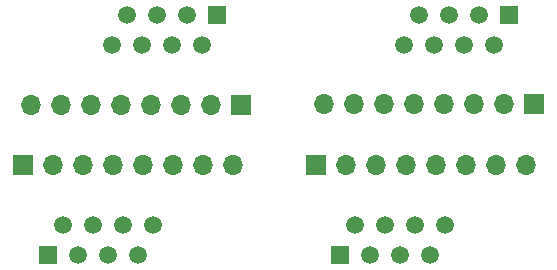
<source format=gbr>
%TF.GenerationSoftware,KiCad,Pcbnew,7.0.9*%
%TF.CreationDate,2024-06-08T10:48:36-04:00*%
%TF.ProjectId,8P breakout header,38502062-7265-4616-9b6f-757420686561,rev?*%
%TF.SameCoordinates,Original*%
%TF.FileFunction,Copper,L2,Bot*%
%TF.FilePolarity,Positive*%
%FSLAX46Y46*%
G04 Gerber Fmt 4.6, Leading zero omitted, Abs format (unit mm)*
G04 Created by KiCad (PCBNEW 7.0.9) date 2024-06-08 10:48:36*
%MOMM*%
%LPD*%
G01*
G04 APERTURE LIST*
%TA.AperFunction,ComponentPad*%
%ADD10R,1.700000X1.700000*%
%TD*%
%TA.AperFunction,ComponentPad*%
%ADD11O,1.700000X1.700000*%
%TD*%
%TA.AperFunction,ComponentPad*%
%ADD12R,1.500000X1.500000*%
%TD*%
%TA.AperFunction,ComponentPad*%
%ADD13C,1.500000*%
%TD*%
G04 APERTURE END LIST*
D10*
%TO.P,J4,1,Pin_1*%
%TO.N,Net-(J4-Pin_1)*%
X187940000Y-94635000D03*
D11*
%TO.P,J4,2,Pin_2*%
%TO.N,Net-(J4-Pin_2)*%
X190480000Y-94635000D03*
%TO.P,J4,3,Pin_3*%
%TO.N,Net-(J4-Pin_3)*%
X193020000Y-94635000D03*
%TO.P,J4,4,Pin_4*%
%TO.N,Net-(J4-Pin_4)*%
X195560000Y-94635000D03*
%TO.P,J4,5,Pin_5*%
%TO.N,Net-(J4-Pin_5)*%
X198100000Y-94635000D03*
%TO.P,J4,6,Pin_6*%
%TO.N,Net-(J4-Pin_6)*%
X200640000Y-94635000D03*
%TO.P,J4,7,Pin_7*%
%TO.N,Net-(J4-Pin_7)*%
X203180000Y-94635000D03*
%TO.P,J4,8,Pin_8*%
%TO.N,Net-(J4-Pin_8)*%
X205720000Y-94635000D03*
%TD*%
D12*
%TO.P,J1,1*%
%TO.N,Net-(J4-Pin_1)*%
X190007500Y-102235000D03*
D13*
%TO.P,J1,2*%
%TO.N,Net-(J4-Pin_2)*%
X191277500Y-99695000D03*
%TO.P,J1,3*%
%TO.N,Net-(J4-Pin_3)*%
X192547500Y-102235000D03*
%TO.P,J1,4*%
%TO.N,Net-(J4-Pin_4)*%
X193817500Y-99695000D03*
%TO.P,J1,5*%
%TO.N,Net-(J4-Pin_5)*%
X195087500Y-102235000D03*
%TO.P,J1,6*%
%TO.N,Net-(J4-Pin_6)*%
X196357500Y-99695000D03*
%TO.P,J1,7*%
%TO.N,Net-(J4-Pin_7)*%
X197627500Y-102235000D03*
%TO.P,J1,8*%
%TO.N,Net-(J4-Pin_8)*%
X198897500Y-99695000D03*
%TD*%
D10*
%TO.P,J4,1,Pin_1*%
%TO.N,Net-(J4-Pin_1)*%
X163175000Y-94635000D03*
D11*
%TO.P,J4,2,Pin_2*%
%TO.N,Net-(J4-Pin_2)*%
X165715000Y-94635000D03*
%TO.P,J4,3,Pin_3*%
%TO.N,Net-(J4-Pin_3)*%
X168255000Y-94635000D03*
%TO.P,J4,4,Pin_4*%
%TO.N,Net-(J4-Pin_4)*%
X170795000Y-94635000D03*
%TO.P,J4,5,Pin_5*%
%TO.N,Net-(J4-Pin_5)*%
X173335000Y-94635000D03*
%TO.P,J4,6,Pin_6*%
%TO.N,Net-(J4-Pin_6)*%
X175875000Y-94635000D03*
%TO.P,J4,7,Pin_7*%
%TO.N,Net-(J4-Pin_7)*%
X178415000Y-94635000D03*
%TO.P,J4,8,Pin_8*%
%TO.N,Net-(J4-Pin_8)*%
X180955000Y-94635000D03*
%TD*%
D12*
%TO.P,J1,1*%
%TO.N,Net-(J4-Pin_1)*%
X165242500Y-102235000D03*
D13*
%TO.P,J1,2*%
%TO.N,Net-(J4-Pin_2)*%
X166512500Y-99695000D03*
%TO.P,J1,3*%
%TO.N,Net-(J4-Pin_3)*%
X167782500Y-102235000D03*
%TO.P,J1,4*%
%TO.N,Net-(J4-Pin_4)*%
X169052500Y-99695000D03*
%TO.P,J1,5*%
%TO.N,Net-(J4-Pin_5)*%
X170322500Y-102235000D03*
%TO.P,J1,6*%
%TO.N,Net-(J4-Pin_6)*%
X171592500Y-99695000D03*
%TO.P,J1,7*%
%TO.N,Net-(J4-Pin_7)*%
X172862500Y-102235000D03*
%TO.P,J1,8*%
%TO.N,Net-(J4-Pin_8)*%
X174132500Y-99695000D03*
%TD*%
D10*
%TO.P,J4,1,Pin_1*%
%TO.N,Net-(J4-Pin_1)*%
X206395000Y-89515000D03*
D11*
%TO.P,J4,2,Pin_2*%
%TO.N,Net-(J4-Pin_2)*%
X203855000Y-89515000D03*
%TO.P,J4,3,Pin_3*%
%TO.N,Net-(J4-Pin_3)*%
X201315000Y-89515000D03*
%TO.P,J4,4,Pin_4*%
%TO.N,Net-(J4-Pin_4)*%
X198775000Y-89515000D03*
%TO.P,J4,5,Pin_5*%
%TO.N,Net-(J4-Pin_5)*%
X196235000Y-89515000D03*
%TO.P,J4,6,Pin_6*%
%TO.N,Net-(J4-Pin_6)*%
X193695000Y-89515000D03*
%TO.P,J4,7,Pin_7*%
%TO.N,Net-(J4-Pin_7)*%
X191155000Y-89515000D03*
%TO.P,J4,8,Pin_8*%
%TO.N,Net-(J4-Pin_8)*%
X188615000Y-89515000D03*
%TD*%
D12*
%TO.P,J1,1*%
%TO.N,Net-(J4-Pin_1)*%
X204327500Y-81915000D03*
D13*
%TO.P,J1,2*%
%TO.N,Net-(J4-Pin_2)*%
X203057500Y-84455000D03*
%TO.P,J1,3*%
%TO.N,Net-(J4-Pin_3)*%
X201787500Y-81915000D03*
%TO.P,J1,4*%
%TO.N,Net-(J4-Pin_4)*%
X200517500Y-84455000D03*
%TO.P,J1,5*%
%TO.N,Net-(J4-Pin_5)*%
X199247500Y-81915000D03*
%TO.P,J1,6*%
%TO.N,Net-(J4-Pin_6)*%
X197977500Y-84455000D03*
%TO.P,J1,7*%
%TO.N,Net-(J4-Pin_7)*%
X196707500Y-81915000D03*
%TO.P,J1,8*%
%TO.N,Net-(J4-Pin_8)*%
X195437500Y-84455000D03*
%TD*%
D10*
%TO.P,J4,1,Pin_1*%
%TO.N,Net-(J4-Pin_1)*%
X181610000Y-89535000D03*
D11*
%TO.P,J4,2,Pin_2*%
%TO.N,Net-(J4-Pin_2)*%
X179070000Y-89535000D03*
%TO.P,J4,3,Pin_3*%
%TO.N,Net-(J4-Pin_3)*%
X176530000Y-89535000D03*
%TO.P,J4,4,Pin_4*%
%TO.N,Net-(J4-Pin_4)*%
X173990000Y-89535000D03*
%TO.P,J4,5,Pin_5*%
%TO.N,Net-(J4-Pin_5)*%
X171450000Y-89535000D03*
%TO.P,J4,6,Pin_6*%
%TO.N,Net-(J4-Pin_6)*%
X168910000Y-89535000D03*
%TO.P,J4,7,Pin_7*%
%TO.N,Net-(J4-Pin_7)*%
X166370000Y-89535000D03*
%TO.P,J4,8,Pin_8*%
%TO.N,Net-(J4-Pin_8)*%
X163830000Y-89535000D03*
%TD*%
D12*
%TO.P,J1,1*%
%TO.N,Net-(J4-Pin_1)*%
X179542500Y-81935000D03*
D13*
%TO.P,J1,2*%
%TO.N,Net-(J4-Pin_2)*%
X178272500Y-84475000D03*
%TO.P,J1,3*%
%TO.N,Net-(J4-Pin_3)*%
X177002500Y-81935000D03*
%TO.P,J1,4*%
%TO.N,Net-(J4-Pin_4)*%
X175732500Y-84475000D03*
%TO.P,J1,5*%
%TO.N,Net-(J4-Pin_5)*%
X174462500Y-81935000D03*
%TO.P,J1,6*%
%TO.N,Net-(J4-Pin_6)*%
X173192500Y-84475000D03*
%TO.P,J1,7*%
%TO.N,Net-(J4-Pin_7)*%
X171922500Y-81935000D03*
%TO.P,J1,8*%
%TO.N,Net-(J4-Pin_8)*%
X170652500Y-84475000D03*
%TD*%
M02*

</source>
